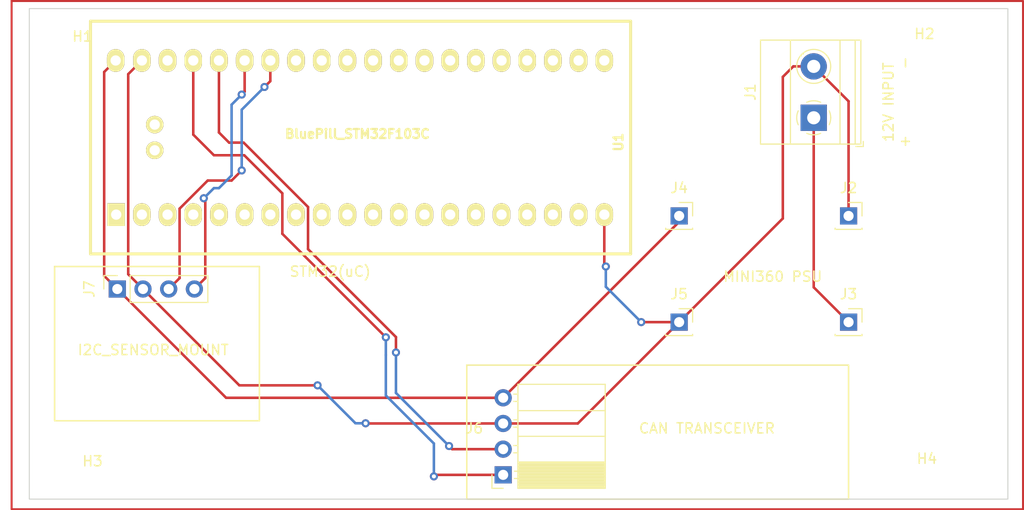
<source format=kicad_pcb>
(kicad_pcb (version 20211014) (generator pcbnew)
  (layers (0 "F.Cu" signal) (31 "B.Cu" signal) (34 "B.Paste" user) (35 "F.Paste" user) (36 "B.SilkS" user "B.Silkscreen") (37 "F.SilkS" user "F.Silkscreen") (38 "B.Mask" user) (39 "F.Mask" user) (44 "Edge.Cuts" user))
  (net 0 "")
  (net 1 "Net-(J1-Pad1)")
  (net 2 "/Vcc")
  (net 3 "GND")
  (net 4 "/CANTX")
  (net 5 "/CANRX")
  (net 38 "/SCL")
  (net 39 "/SDA")
  (footprint "Connector_PinSocket_2.54mm:PinSocket_1x04_P2.54mm_Vertical" (layer "F.Cu") (at 110.2 78.225 90)
    (fp_text reference "J7" (at 0 -2.77 90) (layer "F.SilkS"))
    (fp_text value "Conn_01x04_Female")
    (fp_line (start 1.33 1.27) (end 1.33 8.95) (layer "F.SilkS") (width 0.12))
    (fp_line (start 0 -1.33) (end 1.33 -1.33) (layer "F.SilkS") (width 0.12))
    (fp_line (start -1.33 1.27) (end 1.33 1.27) (layer "F.SilkS") (width 0.12))
    (fp_line (start -1.33 1.27) (end -1.33 8.95) (layer "F.SilkS") (width 0.12))
    (fp_line (start -1.33 8.95) (end 1.33 8.95) (layer "F.SilkS") (width 0.12))
    (fp_line (start 1.33 -1.33) (end 1.33 0) (layer "F.SilkS") (width 0.12))
    (pad "1" thru_hole rect locked (at 0 0 90) (size 1.7 1.7) (drill 1) (layers *.Cu *.Mask) (net 2 "/Vcc"))
    (pad "2" thru_hole oval locked (at 0 2.54 90) (size 1.7 1.7) (drill 1) (layers *.Cu *.Mask) (net 3 "GND"))
    (pad "3" thru_hole oval locked (at 0 5.08 90) (size 1.7 1.7) (drill 1) (layers *.Cu *.Mask) (net 38 "/SCL"))
    (pad "4" thru_hole oval locked (at 0 7.62 90) (size 1.7 1.7) (drill 1) (layers *.Cu *.Mask) (net 39 "/SDA"))
  )
  (footprint "MountingHole:MountingHole_2.2mm_M2_ISO14580" (layer "F.Cu") (at 193.75 95.25)
    (fp_text reference "H4" (at -3.5 -0.25) (layer "F.SilkS"))
    (fp_text value "MountingHole")
    (pad "" np_thru_hole circle locked (at 0 0) (size 2.2 2.2) (drill 2.2) (layers *.Cu *.Mask))
  )
  (footprint "BluePill_breakouts:BluePill_STM32F103C" (layer "F.Cu") (at 110.14 70.87 90)
    (fp_text reference "U1" (at 7.1628 49.6062 90) (layer "F.SilkS") (effects (font (size 0.889 0.889) (thickness 0.3048))))
    (fp_text value "BluePill_STM32F103C" (at 7.9756 23.7998) (layer "F.SilkS") (effects (font (size 0.889 0.889) (thickness 0.22225))))
    (fp_line (start -3.88 50.81) (end -3.88 -2.59) (layer "F.SilkS") (width 0.3048))
    (fp_line (start 19.12 50.81) (end -3.88 50.81) (layer "F.SilkS") (width 0.3048))
    (fp_line (start 19.12 -2.59) (end 19.12 50.81) (layer "F.SilkS") (width 0.3048))
    (fp_line (start -3.88 -2.59) (end 19.12 -2.59) (layer "F.SilkS") (width 0.3048))
    (pad "1" thru_hole rect locked (at 0 -0.0508) (size 1.7272 2.25) (drill 1.016) (layers *.Cu *.Mask "F.SilkS"))
    (pad "2" thru_hole oval locked (at 0 2.4892) (size 1.7272 2.25) (drill 1.016) (layers *.Cu *.Mask "F.SilkS"))
    (pad "3" thru_hole oval locked (at 0 5.0292) (size 1.7272 2.25) (drill 1.016) (layers *.Cu *.Mask "F.SilkS"))
    (pad "4" thru_hole oval locked (at 0 7.5692) (size 1.7272 2.25) (drill 1.016) (layers *.Cu *.Mask "F.SilkS"))
    (pad "5" thru_hole oval locked (at 0 10.1092) (size 1.7272 2.25) (drill 1.016) (layers *.Cu *.Mask "F.SilkS"))
    (pad "6" thru_hole oval locked (at 0 12.6492) (size 1.7272 2.25) (drill 1.016) (layers *.Cu *.Mask "F.SilkS"))
    (pad "7" thru_hole oval locked (at 0 15.1892) (size 1.7272 2.25) (drill 1.016) (layers *.Cu *.Mask "F.SilkS"))
    (pad "8" thru_hole oval locked (at 0 17.7292) (size 1.7272 2.25) (drill 1.016) (layers *.Cu *.Mask "F.SilkS"))
    (pad "9" thru_hole oval locked (at 0 20.2692) (size 1.7272 2.25) (drill 1.016) (layers *.Cu *.Mask "F.SilkS"))
    (pad "10" thru_hole oval locked (at 0 22.8092) (size 1.7272 2.25) (drill 1.016) (layers *.Cu *.Mask "F.SilkS"))
    (pad "11" thru_hole oval locked (at 0 25.3492) (size 1.7272 2.25) (drill 1.016) (layers *.Cu *.Mask "F.SilkS"))
    (pad "12" thru_hole oval locked (at 0 27.8892) (size 1.7272 2.25) (drill 1.016) (layers *.Cu *.Mask "F.SilkS"))
    (pad "13" thru_hole oval locked (at 0 30.4292) (size 1.7272 2.25) (drill 1.016) (layers *.Cu *.Mask "F.SilkS"))
    (pad "14" thru_hole oval locked (at 0 32.9692) (size 1.7272 2.25) (drill 1.016) (layers *.Cu *.Mask "F.SilkS"))
    (pad "15" thru_hole oval locked (at 0 35.5092) (size 1.7272 2.25) (drill 1.016) (layers *.Cu *.Mask "F.SilkS"))
    (pad "16" thru_hole oval locked (at 0 38.0492) (size 1.7272 2.25) (drill 1.016) (layers *.Cu *.Mask "F.SilkS"))
    (pad "17" thru_hole oval locked (at 0 40.5892) (size 1.7272 2.25) (drill 1.016) (layers *.Cu *.Mask "F.SilkS"))
    (pad "18" thru_hole oval locked (at 0 43.1292) (size 1.7272 2.25) (drill 1.016) (layers *.Cu *.Mask "F.SilkS"))
    (pad "19" thru_hole oval locked (at 0 45.6692) (size 1.7272 2.25) (drill 1.016) (layers *.Cu *.Mask "F.SilkS"))
    (pad "20" thru_hole oval locked (at 0 48.2092) (size 1.7272 2.25) (drill 1.016) (layers *.Cu *.Mask "F.SilkS") (net 3 "GND"))
    (pad "21" thru_hole oval locked (at 15.24 48.2092 180) (size 1.7272 2.25) (drill 1.016) (layers *.Cu *.Mask "F.SilkS"))
    (pad "22" thru_hole oval locked (at 15.24 45.6692 180) (size 1.7272 2.25) (drill 1.016) (layers *.Cu *.Mask "F.SilkS"))
    (pad "23" thru_hole oval locked (at 15.24 43.1292 180) (size 1.7272 2.25) (drill 1.016) (layers *.Cu *.Mask "F.SilkS"))
    (pad "24" thru_hole oval locked (at 15.24 40.5892 180) (size 1.7272 2.25) (drill 1.016) (layers *.Cu *.Mask "F.SilkS"))
    (pad "25" thru_hole oval locked (at 15.24 38.0492 180) (size 1.7272 2.25) (drill 1.016) (layers *.Cu *.Mask "F.SilkS"))
    (pad "26" thru_hole oval locked (at 15.24 35.5092 180) (size 1.7272 2.25) (drill 1.016) (layers *.Cu *.Mask "F.SilkS"))
    (pad "27" thru_hole oval locked (at 15.24 32.9692 180) (size 1.7272 2.25) (drill 1.016) (layers *.Cu *.Mask "F.SilkS"))
    (pad "28" thru_hole oval locked (at 15.24 30.4292 180) (size 1.7272 2.25) (drill 1.016) (layers *.Cu *.Mask "F.SilkS"))
    (pad "29" thru_hole oval locked (at 15.24 27.8892 180) (size 1.7272 2.25) (drill 1.016) (layers *.Cu *.Mask "F.SilkS"))
    (pad "30" thru_hole oval locked (at 15.24 25.3492 180) (size 1.7272 2.25) (drill 1.016) (layers *.Cu *.Mask "F.SilkS"))
    (pad "31" thru_hole oval locked (at 15.24 22.8092 180) (size 1.7272 2.25) (drill 1.016) (layers *.Cu *.Mask "F.SilkS"))
    (pad "32" thru_hole oval locked (at 15.24 20.2692 180) (size 1.7272 2.25) (drill 1.016) (layers *.Cu *.Mask "F.SilkS"))
    (pad "33" thru_hole oval locked (at 15.24 17.7292 180) (size 1.7272 2.25) (drill 1.016) (layers *.Cu *.Mask "F.SilkS"))
    (pad "34" thru_hole oval locked (at 15.24 15.1892 180) (size 1.7272 2.25) (drill 1.016) (layers *.Cu *.Mask "F.SilkS") (net 38 "/SCL"))
    (pad "35" thru_hole oval locked (at 15.24 12.6492 180) (size 1.7272 2.25) (drill 1.016) (layers *.Cu *.Mask "F.SilkS") (net 39 "/SDA"))
    (pad "36" thru_hole oval locked (at 15.24 10.1092 180) (size 1.7272 2.25) (drill 1.016) (layers *.Cu *.Mask "F.SilkS") (net 5 "/CANRX"))
    (pad "37" thru_hole oval locked (at 15.24 7.5692 180) (size 1.7272 2.25) (drill 1.016) (layers *.Cu *.Mask "F.SilkS") (net 4 "/CANTX"))
    (pad "38" thru_hole oval locked (at 15.24 5.0292 180) (size 1.7272 2.25) (drill 1.016) (layers *.Cu *.Mask "F.SilkS"))
    (pad "39" thru_hole oval locked (at 15.24 2.4892 180) (size 1.7272 2.25) (drill 1.016) (layers *.Cu *.Mask "F.SilkS") (net 3 "GND"))
    (pad "40" thru_hole oval locked (at 15.24 -0.1016 180) (size 1.7272 2.25) (drill 1.016) (layers *.Cu *.Mask "F.SilkS") (net 2 "/Vcc"))
    (pad "41" thru_hole oval locked (at 8.9 3.7592 180) (size 1.7272 1.7272) (drill 1.016) (layers *.Cu *.Mask "F.SilkS"))
    (pad "42" thru_hole oval locked (at 6.36 3.7592 180) (size 1.7272 1.7272) (drill 1.016) (layers *.Cu *.Mask "F.SilkS"))
  )
  (footprint "Connector_PinSocket_2.54mm:PinSocket_1x04_P2.54mm_Horizontal" (layer "F.Cu") (at 148.35 96.6 180)
    (fp_text reference "J6" (at 2.85 4.6) (layer "F.SilkS"))
    (fp_text value "Conn_01x04_Female")
    (fp_line (start 0 -1.33) (end 1.11 -1.33) (layer "F.SilkS") (width 0.12))
    (fp_line (start -1.46 5.44) (end -1.05 5.44) (layer "F.SilkS") (width 0.12))
    (fp_line (start -10.09 1.033805) (end -1.46 1.033805) (layer "F.SilkS") (width 0.12))
    (fp_line (start -10.09 0.561425) (end -1.46 0.561425) (layer "F.SilkS") (width 0.12))
    (fp_line (start -1.46 7.98) (end -1.05 7.98) (layer "F.SilkS") (width 0.12))
    (fp_line (start -10.09 3.81) (end -1.46 3.81) (layer "F.SilkS") (width 0.12))
    (fp_line (start -10.09 -0.26524) (end -1.46 -0.26524) (layer "F.SilkS") (width 0.12))
    (fp_line (start -10.09 -1.21) (end -1.46 -1.21) (layer "F.SilkS") (width 0.12))
    (fp_line (start -10.09 -0.50143) (end -1.46 -0.50143) (layer "F.SilkS") (width 0.12))
    (fp_line (start -10.09 -1.33) (end -10.09 8.95) (layer "F.SilkS") (width 0.12))
    (fp_line (start -10.09 1.27) (end -1.46 1.27) (layer "F.SilkS") (width 0.12))
    (fp_line (start -10.09 0.67952) (end -1.46 0.67952) (layer "F.SilkS") (width 0.12))
    (fp_line (start -1.46 2.18) (end -1.05 2.18) (layer "F.SilkS") (width 0.12))
    (fp_line (start -10.09 -1.33) (end -1.46 -1.33) (layer "F.SilkS") (width 0.12))
    (fp_line (start -10.09 6.35) (end -1.46 6.35) (layer "F.SilkS") (width 0.12))
    (fp_line (start -10.09 1.1519) (end -1.46 1.1519) (layer "F.SilkS") (width 0.12))
    (fp_line (start -1.46 4.72) (end -1.05 4.72) (layer "F.SilkS") (width 0.12))
    (fp_line (start -10.09 -0.147145) (end -1.46 -0.147145) (layer "F.SilkS") (width 0.12))
    (fp_line (start -10.09 -0.855715) (end -1.46 -0.855715) (layer "F.SilkS") (width 0.12))
    (fp_line (start -10.09 0.325235) (end -1.46 0.325235) (layer "F.SilkS") (width 0.12))
    (fp_line (start -10.09 0.44333) (end -1.46 0.44333) (layer "F.SilkS") (width 0.12))
    (fp_line (start -1.46 0.36) (end -1.11 0.36) (layer "F.SilkS") (width 0.12))
    (fp_line (start -10.09 0.91571) (end -1.46 0.91571) (layer "F.SilkS") (width 0.12))
    (fp_line (start -10.09 8.95) (end -1.46 8.95) (layer "F.SilkS") (width 0.12))
    (fp_line (start -10.09 -0.619525) (end -1.46 -0.619525) (layer "F.SilkS") (width 0.12))
    (fp_line (start -10.09 0.797615) (end -1.46 0.797615) (layer "F.SilkS") (width 0.12))
    (fp_line (start -10.09 -0.02905) (end -1.46 -0.02905) (layer "F.SilkS") (width 0.12))
    (fp_line (start -10.09 0.089045) (end -1.46 0.089045) (layer "F.SilkS") (width 0.12))
    (fp_line (start -10.09 -0.383335) (end -1.46 -0.383335) (layer "F.SilkS") (width 0.12))
    (fp_line (start -1.46 -1.33) (end -1.46 8.95) (layer "F.SilkS") (width 0.12))
    (fp_line (start -1.46 7.26) (end -1.05 7.26) (layer "F.SilkS") (width 0.12))
    (fp_line (start -10.09 -0.73762) (end -1.46 -0.73762) (layer "F.SilkS") (width 0.12))
    (fp_line (start -10.09 -0.97381) (end -1.46 -0.97381) (layer "F.SilkS") (width 0.12))
    (fp_line (start -1.46 -0.36) (end -1.11 -0.36) (layer "F.SilkS") (width 0.12))
    (fp_line (start 1.11 -1.33) (end 1.11 0) (layer "F.SilkS") (width 0.12))
    (fp_line (start -10.09 -1.091905) (end -1.46 -1.091905) (layer "F.SilkS") (width 0.12))
    (fp_line (start -10.09 0.20714) (end -1.46 0.20714) (layer "F.SilkS") (width 0.12))
    (fp_line (start -1.46 2.9) (end -1.05 2.9) (layer "F.SilkS") (width 0.12))
    (pad "1" thru_hole rect locked (at 0 0 180) (size 1.7 1.7) (drill 1) (layers *.Cu *.Mask) (net 4 "/CANTX"))
    (pad "2" thru_hole oval locked (at 0 2.54 180) (size 1.7 1.7) (drill 1) (layers *.Cu *.Mask) (net 5 "/CANRX"))
    (pad "3" thru_hole oval locked (at 0 5.08 180) (size 1.7 1.7) (drill 1) (layers *.Cu *.Mask) (net 3 "GND"))
    (pad "4" thru_hole oval locked (at 0 7.62 180) (size 1.7 1.7) (drill 1) (layers *.Cu *.Mask) (net 2 "/Vcc"))
  )
  (footprint "Connector_PinSocket_2.54mm:PinSocket_1x01_P2.54mm_Vertical" (layer "F.Cu") (at 182.5 81.5)
    (fp_text reference "J3" (at 0 -2.77) (layer "F.SilkS"))
    (fp_text value "Conn_01x01_Male")
    (fp_line (start 1.33 -1.33) (end 1.33 0) (layer "F.SilkS") (width 0.12))
    (fp_line (start -1.33 1.33) (end 1.33 1.33) (layer "F.SilkS") (width 0.12))
    (fp_line (start -1.33 1.21) (end -1.33 1.33) (layer "F.SilkS") (width 0.12))
    (fp_line (start 0 -1.33) (end 1.33 -1.33) (layer "F.SilkS") (width 0.12))
    (fp_line (start 1.33 1.21) (end 1.33 1.33) (layer "F.SilkS") (width 0.12))
    (pad "1" thru_hole rect locked (at 0 0) (size 1.7 1.7) (drill 1) (layers *.Cu *.Mask) (net 1 "Net-(J1-Pad1)"))
  )
  (footprint "Connector_PinSocket_2.54mm:PinSocket_1x01_P2.54mm_Vertical" (layer "F.Cu") (at 165.75 71)
    (fp_text reference "J4" (at 0 -2.77) (layer "F.SilkS"))
    (fp_text value "Conn_01x01_Male")
    (fp_line (start 1.33 1.21) (end 1.33 1.33) (layer "F.SilkS") (width 0.12))
    (fp_line (start -1.33 1.33) (end 1.33 1.33) (layer "F.SilkS") (width 0.12))
    (fp_line (start 1.33 -1.33) (end 1.33 0) (layer "F.SilkS") (width 0.12))
    (fp_line (start -1.33 1.21) (end -1.33 1.33) (layer "F.SilkS") (width 0.12))
    (fp_line (start 0 -1.33) (end 1.33 -1.33) (layer "F.SilkS") (width 0.12))
    (pad "1" thru_hole rect locked (at 0 0) (size 1.7 1.7) (drill 1) (layers *.Cu *.Mask) (net 2 "/Vcc"))
  )
  (footprint "MountingHole:MountingHole_2.2mm_M2_ISO14580" (layer "F.Cu") (at 193.75 53.25)
    (fp_text reference "H2" (at -3.75 -0.25) (layer "F.SilkS"))
    (fp_text value "MountingHole")
    (pad "" np_thru_hole circle locked (at 0 0) (size 2.2 2.2) (drill 2.2) (layers *.Cu *.Mask))
  )
  (footprint "MountingHole:MountingHole_2.2mm_M2_ISO14580" (layer "F.Cu") (at 103.75 95.25)
    (fp_text reference "H3" (at 4 0) (layer "F.SilkS"))
    (fp_text value "MountingHole")
    (pad "" np_thru_hole circle locked (at 0 0) (size 2.2 2.2) (drill 2.2) (layers *.Cu *.Mask))
  )
  (footprint "Connector_PinSocket_2.54mm:PinSocket_1x01_P2.54mm_Vertical" (layer "F.Cu") (at 182.5 71)
    (fp_text reference "J2" (at 0 -2.77) (layer "F.SilkS"))
    (fp_text value "Conn_01x01_Male")
    (fp_line (start -1.33 1.33) (end 1.33 1.33) (layer "F.SilkS") (width 0.12))
    (fp_line (start -1.33 1.21) (end -1.33 1.33) (layer "F.SilkS") (width 0.12))
    (fp_line (start 1.33 1.21) (end 1.33 1.33) (layer "F.SilkS") (width 0.12))
    (fp_line (start 1.33 -1.33) (end 1.33 0) (layer "F.SilkS") (width 0.12))
    (fp_line (start 0 -1.33) (end 1.33 -1.33) (layer "F.SilkS") (width 0.12))
    (pad "1" thru_hole rect locked (at 0 0) (size 1.7 1.7) (drill 1) (layers *.Cu *.Mask) (net 3 "GND"))
  )
  (footprint "MountingHole:MountingHole_2.2mm_M2_ISO14580" (layer "F.Cu") (at 103.75 53.25)
    (fp_text reference "H1" (at 3 0) (layer "F.SilkS"))
    (fp_text value "MountingHole")
    (pad "" np_thru_hole circle locked (at 0 0) (size 2.2 2.2) (drill 2.2) (layers *.Cu *.Mask))
  )
  (footprint "TerminalBlock_Phoenix:TerminalBlock_Phoenix_MKDS-1,5-2-5.08_1x02_P5.08mm_Horizontal" (layer "F.Cu") (at 179.055 61.295 90)
    (fp_text reference "J1" (at 2.54 -6.26 90) (layer "F.SilkS"))
    (fp_text value "Screw_Terminal_01x02")
    (fp_line (start -2.6 -5.261) (end 7.68 -5.261) (layer "F.SilkS") (width 0.12))
    (fp_line (start 6.15 -1.275) (end 6.115 -1.239) (layer "F.SilkS") (width 0.12))
    (fp_line (start -2.6 4.66) (end 7.68 4.66) (layer "F.SilkS") (width 0.12))
    (fp_line (start -2.84 4.9) (end -2.34 4.9) (layer "F.SilkS") (width 0.12))
    (fp_line (start 3.853 1.023) (end 3.806 1.069) (layer "F.SilkS") (width 0.12))
    (fp_line (start -2.6 2.6) (end 7.68 2.6) (layer "F.SilkS") (width 0.12))
    (fp_line (start 7.68 -5.261) (end 7.68 4.66) (layer "F.SilkS") (width 0.12))
    (fp_line (start -2.6 -2.301) (end 7.68 -2.301) (layer "F.SilkS") (width 0.12))
    (fp_line (start -2.6 -5.261) (end -2.6 4.66) (layer "F.SilkS") (width 0.12))
    (fp_line (start 6.355 -1.069) (end 6.308 -1.023) (layer "F.SilkS") (width 0.12))
    (fp_line (start -2.84 4.16) (end -2.84 4.9) (layer "F.SilkS") (width 0.12))
    (fp_line (start 4.046 1.239) (end 4.011 1.274) (layer "F.SilkS") (width 0.12))
    (fp_line (start -2.6 4.1) (end 7.68 4.1) (layer "F.SilkS") (width 0.12))
    (fp_arc (start 0.683318 1.534756) (mid 0.349292 1.643288) (end 0 1.68) (layer "F.SilkS") (width 0.12))
    (fp_arc (start 0.028805 1.680253) (mid -0.335551 1.646659) (end -0.684 1.535) (layer "F.SilkS") (width 0.12))
    (fp_arc (start -1.535427 0.683042) (mid -1.680501 -0.000524) (end -1.535 -0.684) (layer "F.SilkS") (width 0.12))
    (fp_arc (start -0.683042 -1.535427) (mid 0.000524 -1.680501) (end 0.684 -1.535) (layer "F.SilkS") (width 0.12))
    (fp_arc (start 1.535427 -0.683042) (mid 1.680501 0.000524) (end 1.535 0.684) (layer "F.SilkS") (width 0.12))
    (fp_circle (center 5.08 0) (end 6.76 0) (layer "F.SilkS") (width 0.12) (fill none))
    (pad "1" thru_hole rect (at 0 0 90) (size 2.6 2.6) (drill 1.3) (layers *.Cu *.Mask) (net 1 "Net-(J1-Pad1)"))
    (pad "2" thru_hole circle (at 5.08 0 90) (size 2.6 2.6) (drill 1.3) (layers *.Cu *.Mask) (net 3 "GND"))
  )
  (footprint "Connector_PinSocket_2.54mm:PinSocket_1x01_P2.54mm_Vertical" (layer "F.Cu") (at 165.75 81.5)
    (fp_text reference "J5" (at 0 -2.77) (layer "F.SilkS"))
    (fp_text value "Conn_01x01_Male")
    (fp_line (start -1.33 1.21) (end -1.33 1.33) (layer "F.SilkS") (width 0.12))
    (fp_line (start -1.33 1.33) (end 1.33 1.33) (layer "F.SilkS") (width 0.12))
    (fp_line (start 1.33 1.21) (end 1.33 1.33) (layer "F.SilkS") (width 0.12))
    (fp_line (start 0 -1.33) (end 1.33 -1.33) (layer "F.SilkS") (width 0.12))
    (fp_line (start 1.33 -1.33) (end 1.33 0) (layer "F.SilkS") (width 0.12))
    (pad "1" thru_hole rect locked (at 0 0) (size 1.7 1.7) (drill 1) (layers *.Cu *.Mask) (net 3 "GND"))
  )
  (gr_rect (start 99.75 49.75) (end 199.75 100) (layer "F.Cu") (width 0.2) (fill none))
  (gr_rect (start 104 76) (end 124.25 91.25) (layer "F.SilkS") (width 0.15) (fill none))
  (gr_rect (start 144.75 85.75) (end 182.5 99) (layer "F.SilkS") (width 0.15) (fill none))
  (gr_rect (start 101.5 50.5) (end 198.25 99) (layer "Edge.Cuts") (width 0.1) (fill none))
  (gr_text "MINI360 PSU" (at 175 77) (layer "F.SilkS") (effects (font (size 1 1))))
  (gr_text "12V INPUT\n+		-" (at 187.25 59.75 90) (layer "F.SilkS") (effects (font (size 1 1))))
  (gr_text "STM32(uC)" (at 131.25 76.5) (layer "F.SilkS") (effects (font (size 1 1))))
  (gr_text "CAN TRANSCEIVER" (at 168.5 92) (layer "F.SilkS") (effects (font (size 1 1))))
  (gr_text "I2C_SENSOR_MOUNT" (at 113.75 84.25) (layer "F.SilkS") (effects (font (size 1 1))))
  (segment (start 179.055 78.055) (end 179.055 61.295) (width 0.25) (layer "F.Cu") (net 1))
  (segment (start 182.5 81.5) (end 179.055 78.055) (width 0.25) (layer "F.Cu") (net 1))
  (segment (start 120.955 88.98) (end 110.2 78.225) (width 0.25) (layer "F.Cu") (net 2))
  (segment (start 165.75 71.58) (end 148.35 88.98) (width 0.25) (layer "F.Cu") (net 2))
  (segment (start 165.75 71) (end 165.75 71.58) (width 0.25) (layer "F.Cu") (net 2))
  (segment (start 110.2 78.225) (end 108.901089 76.926089) (width 0.25) (layer "F.Cu") (net 2))
  (segment (start 108.901089 76.926089) (end 108.901089 56.767311) (width 0.25) (layer "F.Cu") (net 2))
  (segment (start 108.901089 56.767311) (end 110.0384 55.63) (width 0.25) (layer "F.Cu") (net 2))
  (segment (start 148.35 88.98) (end 120.955 88.98) (width 0.25) (layer "F.Cu") (net 2))
  (segment (start 111.277311 56.981889) (end 111.277311 76.762311) (width 0.25) (layer "F.Cu") (net 3))
  (segment (start 134.77 91.52) (end 134.75 91.5) (width 0.25) (layer "F.Cu") (net 3))
  (segment (start 158.3492 75.8492) (end 158.5 76) (width 0.25) (layer "F.Cu") (net 3))
  (segment (start 122.265 87.75) (end 130 87.75) (width 0.25) (layer "F.Cu") (net 3))
  (segment (start 112.74 78.225) (end 122.265 87.75) (width 0.25) (layer "F.Cu") (net 3))
  (segment (start 148.35 91.52) (end 134.77 91.52) (width 0.25) (layer "F.Cu") (net 3))
  (segment (start 182.5 71) (end 182.5 59.66) (width 0.25) (layer "F.Cu") (net 3))
  (segment (start 155.73 91.52) (end 165.75 81.5) (width 0.25) (layer "F.Cu") (net 3))
  (segment (start 176 57.25) (end 177.035 56.215) (width 0.25) (layer "F.Cu") (net 3))
  (segment (start 158.3492 70.87) (end 158.3492 75.8492) (width 0.25) (layer "F.Cu") (net 3))
  (segment (start 176 71.25) (end 176 57.25) (width 0.25) (layer "F.Cu") (net 3))
  (segment (start 182.5 59.66) (end 179.055 56.215) (width 0.25) (layer "F.Cu") (net 3))
  (segment (start 165.75 81.5) (end 176 71.25) (width 0.25) (layer "F.Cu") (net 3))
  (segment (start 148.35 91.52) (end 155.73 91.52) (width 0.25) (layer "F.Cu") (net 3))
  (segment (start 112.6292 55.63) (end 111.277311 56.981889) (width 0.25) (layer "F.Cu") (net 3))
  (segment (start 111.277311 76.762311) (end 112.74 78.225) (width 0.25) (layer "F.Cu") (net 3))
  (segment (start 177.035 56.215) (end 179.055 56.215) (width 0.25) (layer "F.Cu") (net 3))
  (segment (start 165.75 81.5) (end 162 81.5) (width 0.25) (layer "F.Cu") (net 3))
  (via (at 134.75 91.5) (size 0.8) (drill 0.4) (layers "F.Cu" "B.Cu") (net 3))
  (via (at 130 87.75) (size 0.8) (drill 0.4) (layers "F.Cu" "B.Cu") (net 3))
  (via (at 158.5 76) (size 0.8) (drill 0.4) (layers "F.Cu" "B.Cu") (net 3))
  (via (at 162 81.5) (size 0.8) (drill 0.4) (layers "F.Cu" "B.Cu") (net 3))
  (segment (start 162 81.5) (end 158.5 78) (width 0.25) (layer "B.Cu") (net 3))
  (segment (start 130 87.75) (end 133.75 91.5) (width 0.25) (layer "B.Cu") (net 3))
  (segment (start 133.75 91.5) (end 134.75 91.5) (width 0.25) (layer "B.Cu") (net 3))
  (segment (start 158.5 78) (end 158.5 76) (width 0.25) (layer "B.Cu") (net 3))
  (segment (start 148.35 96.6) (end 141.65 96.6) (width 0.25) (layer "F.Cu") (net 4))
  (segment (start 126.51732 72.76732) (end 126.51732 68.76732) (width 0.25) (layer "F.Cu") (net 4))
  (segment (start 126.51732 68.76732) (end 122.75 65) (width 0.25) (layer "F.Cu") (net 4))
  (segment (start 119.75 65) (end 117.7092 62.9592) (width 0.25) (layer "F.Cu") (net 4))
  (segment (start 117.7092 62.9592) (end 117.7092 55.63) (width 0.25) (layer "F.Cu") (net 4))
  (segment (start 136.75 83) (end 126.51732 72.76732) (width 0.25) (layer "F.Cu") (net 4))
  (segment (start 141.65 96.6) (end 141.5 96.75) (width 0.25) (layer "F.Cu") (net 4))
  (segment (start 122.75 65) (end 119.75 65) (width 0.25) (layer "F.Cu") (net 4))
  (via (at 136.75 83) (size 0.8) (drill 0.4) (layers "F.Cu" "B.Cu") (net 4))
  (via (at 141.5 96.75) (size 0.8) (drill 0.4) (layers "F.Cu" "B.Cu") (net 4))
  (segment (start 136.75 84.75) (end 136.75 83) (width 0.25) (layer "B.Cu") (net 4))
  (segment (start 141.5 93.5) (end 141 93) (width 0.25) (layer "B.Cu") (net 4))
  (segment (start 141 93) (end 136.75 88.75) (width 0.25) (layer "B.Cu") (net 4))
  (segment (start 136.75 88.75) (end 136.75 84.75) (width 0.25) (layer "B.Cu") (net 4))
  (segment (start 141.5 96.75) (end 141.5 93.5) (width 0.25) (layer "B.Cu") (net 4))
  (segment (start 121.25 63.75) (end 120.2492 62.7492) (width 0.25) (layer "F.Cu") (net 5))
  (segment (start 129.05732 74.282706) (end 129.05732 70.116465) (width 0.25) (layer "F.Cu") (net 5))
  (segment (start 137.75 84.5) (end 137.75 82.975386) (width 0.25) (layer "F.Cu") (net 5))
  (segment (start 129.05732 70.116465) (end 122.690855 63.75) (width 0.25) (layer "F.Cu") (net 5))
  (segment (start 148.35 94.06) (end 143.31 94.06) (width 0.25) (layer "F.Cu") (net 5))
  (segment (start 137.75 82.975386) (end 129.05732 74.282706) (width 0.25) (layer "F.Cu") (net 5))
  (segment (start 120.2492 62.7492) (end 120.2492 55.63) (width 0.25) (layer "F.Cu") (net 5))
  (segment (start 143.31 94.06) (end 143 93.75) (width 0.25) (layer "F.Cu") (net 5))
  (segment (start 122.690855 63.75) (end 121.25 63.75) (width 0.25) (layer "F.Cu") (net 5))
  (via (at 143 93.75) (size 0.8) (drill 0.4) (layers "F.Cu" "B.Cu") (net 5))
  (via (at 137.75 84.5) (size 0.8) (drill 0.4) (layers "F.Cu" "B.Cu") (net 5))
  (segment (start 143 93.75) (end 137.75 88.5) (width 0.25) (layer "B.Cu") (net 5))
  (segment (start 137.75 88.5) (end 137.75 84.5) (width 0.25) (layer "B.Cu") (net 5))
  (segment (start 121.5 67.5) (end 119.137545 67.5) (width 0.25) (layer "F.Cu") (net 38))
  (segment (start 116.35732 77.14768) (end 115.28 78.225) (width 0.25) (layer "F.Cu") (net 38))
  (segment (start 119.137545 67.5) (end 116.35732 70.280225) (width 0.25) (layer "F.Cu") (net 38))
  (segment (start 124.75 58.25) (end 125.3292 57.6708) (width 0.25) (layer "F.Cu") (net 38))
  (segment (start 125.3292 57.6708) (end 125.3292 55.63) (width 0.25) (layer "F.Cu") (net 38))
  (segment (start 122.5 66.5) (end 121.5 67.5) (width 0.25) (layer "F.Cu") (net 38))
  (segment (start 116.35732 70.280225) (end 116.35732 77.14768) (width 0.25) (layer "F.Cu") (net 38))
  (via (at 122.5 66.5) (size 0.8) (drill 0.4) (layers "F.Cu" "B.Cu") (net 38))
  (via (at 124.75 58.25) (size 0.8) (drill 0.4) (layers "F.Cu" "B.Cu") (net 38))
  (segment (start 122.5 60.5) (end 124.75 58.25) (width 0.25) (layer "B.Cu") (net 38))
  (segment (start 122.5 66.5) (end 122.5 60.5) (width 0.25) (layer "B.Cu") (net 38))
  (segment (start 118.89732 77.14768) (end 118.89732 69.10268) (width 0.25) (layer "F.Cu") (net 39))
  (segment (start 117.82 78.225) (end 118.89732 77.14768) (width 0.25) (layer "F.Cu") (net 39))
  (segment (start 122.7892 55.63) (end 122.7892 58.7108) (width 0.25) (layer "F.Cu") (net 39))
  (segment (start 122.7892 58.7108) (end 122.5 59) (width 0.25) (layer "F.Cu") (net 39))
  (segment (start 118.89732 69.10268) (end 118.75 69.25) (width 0.25) (layer "F.Cu") (net 39))
  (via (at 122.5 59) (size 0.8) (drill 0.4) (layers "F.Cu" "B.Cu") (net 39))
  (via (at 118.75 69.25) (size 0.8) (drill 0.4) (layers "F.Cu" "B.Cu") (net 39))
  (segment (start 121.5 67) (end 121.5 60) (width 0.25) (layer "B.Cu") (net 39))
  (segment (start 121.5 60) (end 122.5 59) (width 0.25) (layer "B.Cu") (net 39))
  (segment (start 119.75 68.25) (end 120.25 68.25) (width 0.25) (layer "B.Cu") (net 39))
  (segment (start 120.25 68.25) (end 121.5 67) (width 0.25) (layer "B.Cu") (net 39))
  (segment (start 118.75 69.25) (end 119.75 68.25) (width 0.25) (layer "B.Cu") (net 39))
)
</source>
